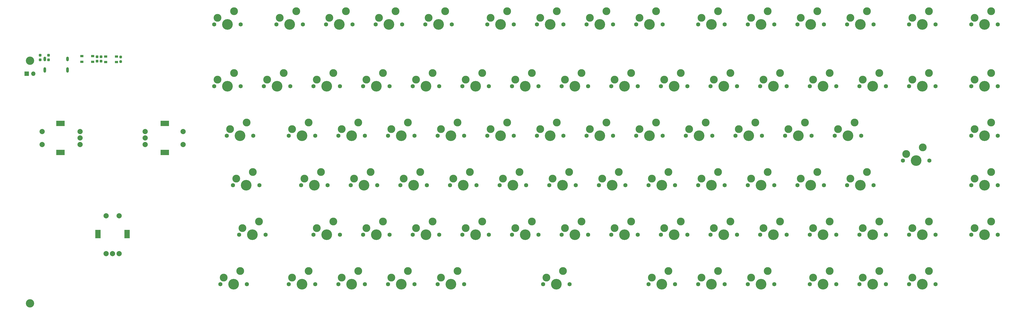
<source format=gbr>
%TF.GenerationSoftware,KiCad,Pcbnew,8.0.5*%
%TF.CreationDate,2025-01-01T22:16:47+09:00*%
%TF.ProjectId,Davinci-Keyboard,44617669-6e63-4692-9d4b-6579626f6172,rev?*%
%TF.SameCoordinates,Original*%
%TF.FileFunction,Soldermask,Top*%
%TF.FilePolarity,Negative*%
%FSLAX46Y46*%
G04 Gerber Fmt 4.6, Leading zero omitted, Abs format (unit mm)*
G04 Created by KiCad (PCBNEW 8.0.5) date 2025-01-01 22:16:47*
%MOMM*%
%LPD*%
G01*
G04 APERTURE LIST*
G04 Aperture macros list*
%AMRoundRect*
0 Rectangle with rounded corners*
0 $1 Rounding radius*
0 $2 $3 $4 $5 $6 $7 $8 $9 X,Y pos of 4 corners*
0 Add a 4 corners polygon primitive as box body*
4,1,4,$2,$3,$4,$5,$6,$7,$8,$9,$2,$3,0*
0 Add four circle primitives for the rounded corners*
1,1,$1+$1,$2,$3*
1,1,$1+$1,$4,$5*
1,1,$1+$1,$6,$7*
1,1,$1+$1,$8,$9*
0 Add four rect primitives between the rounded corners*
20,1,$1+$1,$2,$3,$4,$5,0*
20,1,$1+$1,$4,$5,$6,$7,0*
20,1,$1+$1,$6,$7,$8,$9,0*
20,1,$1+$1,$8,$9,$2,$3,0*%
G04 Aperture macros list end*
%ADD10C,4.100000*%
%ADD11C,1.600000*%
%ADD12C,3.000000*%
%ADD13C,3.200000*%
%ADD14C,2.000000*%
%ADD15R,3.200000X2.000000*%
%ADD16RoundRect,0.102000X-0.525000X-0.325000X0.525000X-0.325000X0.525000X0.325000X-0.525000X0.325000X0*%
%ADD17RoundRect,0.237500X0.237500X-0.300000X0.237500X0.300000X-0.237500X0.300000X-0.237500X-0.300000X0*%
%ADD18R,2.000000X3.200000*%
%ADD19RoundRect,0.237500X-0.237500X0.287500X-0.237500X-0.287500X0.237500X-0.287500X0.237500X0.287500X0*%
%ADD20RoundRect,0.237500X0.237500X-0.250000X0.237500X0.250000X-0.237500X0.250000X-0.237500X-0.250000X0*%
%ADD21O,1.000000X2.100000*%
%ADD22O,1.000000X1.800000*%
%ADD23O,1.700000X1.700000*%
%ADD24R,1.700000X1.700000*%
G04 APERTURE END LIST*
D10*
%TO.C,SW87*%
X374595000Y-142170000D03*
D11*
X379675000Y-142170000D03*
X369515000Y-142170000D03*
D12*
X370785000Y-139630000D03*
X377135000Y-137090000D03*
%TD*%
D10*
%TO.C,SW86*%
X355545000Y-142170000D03*
D11*
X360625000Y-142170000D03*
X350465000Y-142170000D03*
D12*
X351735000Y-139630000D03*
X358085000Y-137090000D03*
%TD*%
D10*
%TO.C,SW85*%
X336495000Y-142170000D03*
D11*
X341575000Y-142170000D03*
X331415000Y-142170000D03*
D12*
X332685000Y-139630000D03*
X339035000Y-137090000D03*
%TD*%
D10*
%TO.C,SW84*%
X312682500Y-142170000D03*
D11*
X317762500Y-142170000D03*
X307602500Y-142170000D03*
D12*
X308872500Y-139630000D03*
X315222500Y-137090000D03*
%TD*%
D10*
%TO.C,SW83*%
X293632500Y-142170000D03*
D11*
X298712500Y-142170000D03*
X288552500Y-142170000D03*
D12*
X289822500Y-139630000D03*
X296172500Y-137090000D03*
%TD*%
D10*
%TO.C,SW82*%
X274582500Y-142170000D03*
D11*
X279662500Y-142170000D03*
X269502500Y-142170000D03*
D12*
X270772500Y-139630000D03*
X277122500Y-137090000D03*
%TD*%
D10*
%TO.C,SW81*%
X234101250Y-142170000D03*
D11*
X239181250Y-142170000D03*
X229021250Y-142170000D03*
D12*
X230291250Y-139630000D03*
X236641250Y-137090000D03*
%TD*%
D10*
%TO.C,SW80*%
X193620000Y-142170000D03*
D11*
X198700000Y-142170000D03*
X188540000Y-142170000D03*
D12*
X189810000Y-139630000D03*
X196160000Y-137090000D03*
%TD*%
D10*
%TO.C,SW79*%
X174570000Y-142170000D03*
D11*
X179650000Y-142170000D03*
X169490000Y-142170000D03*
D12*
X170760000Y-139630000D03*
X177110000Y-137090000D03*
%TD*%
D10*
%TO.C,SW78*%
X155520000Y-142170000D03*
D11*
X160600000Y-142170000D03*
X150440000Y-142170000D03*
D12*
X151710000Y-139630000D03*
X158060000Y-137090000D03*
%TD*%
D10*
%TO.C,SW77*%
X136470000Y-142170000D03*
D11*
X141550000Y-142170000D03*
X131390000Y-142170000D03*
D12*
X132660000Y-139630000D03*
X139010000Y-137090000D03*
%TD*%
D10*
%TO.C,SW76*%
X110276250Y-142170000D03*
D11*
X115356250Y-142170000D03*
X105196250Y-142170000D03*
D12*
X106466250Y-139630000D03*
X112816250Y-137090000D03*
%TD*%
D10*
%TO.C,SW75*%
X398407500Y-123120000D03*
D11*
X403487500Y-123120000D03*
X393327500Y-123120000D03*
D12*
X394597500Y-120580000D03*
X400947500Y-118040000D03*
%TD*%
D10*
%TO.C,SW74*%
X374595000Y-123120000D03*
D11*
X379675000Y-123120000D03*
X369515000Y-123120000D03*
D12*
X370785000Y-120580000D03*
X377135000Y-118040000D03*
%TD*%
D10*
%TO.C,SW73*%
X355545000Y-123120000D03*
D11*
X360625000Y-123120000D03*
X350465000Y-123120000D03*
D12*
X351735000Y-120580000D03*
X358085000Y-118040000D03*
%TD*%
D10*
%TO.C,SW72*%
X336495000Y-123120000D03*
D11*
X341575000Y-123120000D03*
X331415000Y-123120000D03*
D12*
X332685000Y-120580000D03*
X339035000Y-118040000D03*
%TD*%
D10*
%TO.C,SW71*%
X317445000Y-123120000D03*
D11*
X322525000Y-123120000D03*
X312365000Y-123120000D03*
D12*
X313635000Y-120580000D03*
X319985000Y-118040000D03*
%TD*%
D10*
%TO.C,SW70*%
X298395000Y-123120000D03*
D11*
X303475000Y-123120000D03*
X293315000Y-123120000D03*
D12*
X294585000Y-120580000D03*
X300935000Y-118040000D03*
%TD*%
D10*
%TO.C,SW69*%
X279345000Y-123120000D03*
D11*
X284425000Y-123120000D03*
X274265000Y-123120000D03*
D12*
X275535000Y-120580000D03*
X281885000Y-118040000D03*
%TD*%
D10*
%TO.C,SW68*%
X260295000Y-123120000D03*
D11*
X265375000Y-123120000D03*
X255215000Y-123120000D03*
D12*
X256485000Y-120580000D03*
X262835000Y-118040000D03*
%TD*%
D10*
%TO.C,SW67*%
X241245000Y-123120000D03*
D11*
X246325000Y-123120000D03*
X236165000Y-123120000D03*
D12*
X237435000Y-120580000D03*
X243785000Y-118040000D03*
%TD*%
D10*
%TO.C,SW66*%
X222195000Y-123120000D03*
D11*
X227275000Y-123120000D03*
X217115000Y-123120000D03*
D12*
X218385000Y-120580000D03*
X224735000Y-118040000D03*
%TD*%
D10*
%TO.C,SW65*%
X203145000Y-123120000D03*
D11*
X208225000Y-123120000D03*
X198065000Y-123120000D03*
D12*
X199335000Y-120580000D03*
X205685000Y-118040000D03*
%TD*%
D10*
%TO.C,SW64*%
X184095000Y-123120000D03*
D11*
X189175000Y-123120000D03*
X179015000Y-123120000D03*
D12*
X180285000Y-120580000D03*
X186635000Y-118040000D03*
%TD*%
D10*
%TO.C,SW63*%
X165045000Y-123120000D03*
D11*
X170125000Y-123120000D03*
X159965000Y-123120000D03*
D12*
X161235000Y-120580000D03*
X167585000Y-118040000D03*
%TD*%
D10*
%TO.C,SW62*%
X145995000Y-123120000D03*
D11*
X151075000Y-123120000D03*
X140915000Y-123120000D03*
D12*
X142185000Y-120580000D03*
X148535000Y-118040000D03*
%TD*%
D10*
%TO.C,SW61*%
X117420000Y-123120000D03*
D11*
X122500000Y-123120000D03*
X112340000Y-123120000D03*
D12*
X113610000Y-120580000D03*
X119960000Y-118040000D03*
%TD*%
D10*
%TO.C,SW60*%
X398407500Y-104070000D03*
D11*
X403487500Y-104070000D03*
X393327500Y-104070000D03*
D12*
X394597500Y-101530000D03*
X400947500Y-98990000D03*
%TD*%
D10*
%TO.C,SW59*%
X350782500Y-104070000D03*
D11*
X355862500Y-104070000D03*
X345702500Y-104070000D03*
D12*
X346972500Y-101530000D03*
X353322500Y-98990000D03*
%TD*%
D10*
%TO.C,SW58*%
X331732500Y-104070000D03*
D11*
X336812500Y-104070000D03*
X326652500Y-104070000D03*
D12*
X327922500Y-101530000D03*
X334272500Y-98990000D03*
%TD*%
D10*
%TO.C,SW57*%
X312682500Y-104070000D03*
D11*
X317762500Y-104070000D03*
X307602500Y-104070000D03*
D12*
X308872500Y-101530000D03*
X315222500Y-98990000D03*
%TD*%
D10*
%TO.C,SW56*%
X293632500Y-104070000D03*
D11*
X298712500Y-104070000D03*
X288552500Y-104070000D03*
D12*
X289822500Y-101530000D03*
X296172500Y-98990000D03*
%TD*%
D10*
%TO.C,SW55*%
X274582500Y-104070000D03*
D11*
X279662500Y-104070000D03*
X269502500Y-104070000D03*
D12*
X270772500Y-101530000D03*
X277122500Y-98990000D03*
%TD*%
D10*
%TO.C,SW54*%
X255532500Y-104070000D03*
D11*
X260612500Y-104070000D03*
X250452500Y-104070000D03*
D12*
X251722500Y-101530000D03*
X258072500Y-98990000D03*
%TD*%
D10*
%TO.C,SW53*%
X236482500Y-104070000D03*
D11*
X241562500Y-104070000D03*
X231402500Y-104070000D03*
D12*
X232672500Y-101530000D03*
X239022500Y-98990000D03*
%TD*%
D10*
%TO.C,SW52*%
X217432500Y-104070000D03*
D11*
X222512500Y-104070000D03*
X212352500Y-104070000D03*
D12*
X213622500Y-101530000D03*
X219972500Y-98990000D03*
%TD*%
D10*
%TO.C,SW51*%
X198382500Y-104070000D03*
D11*
X203462500Y-104070000D03*
X193302500Y-104070000D03*
D12*
X194572500Y-101530000D03*
X200922500Y-98990000D03*
%TD*%
D10*
%TO.C,SW50*%
X179332500Y-104070000D03*
D11*
X184412500Y-104070000D03*
X174252500Y-104070000D03*
D12*
X175522500Y-101530000D03*
X181872500Y-98990000D03*
%TD*%
D10*
%TO.C,SW49*%
X160282500Y-104070000D03*
D11*
X165362500Y-104070000D03*
X155202500Y-104070000D03*
D12*
X156472500Y-101530000D03*
X162822500Y-98990000D03*
%TD*%
D10*
%TO.C,SW48*%
X141232500Y-104070000D03*
D11*
X146312500Y-104070000D03*
X136152500Y-104070000D03*
D12*
X137422500Y-101530000D03*
X143772500Y-98990000D03*
%TD*%
D10*
%TO.C,SW47*%
X115038750Y-104070000D03*
D11*
X120118750Y-104070000D03*
X109958750Y-104070000D03*
D12*
X111228750Y-101530000D03*
X117578750Y-98990000D03*
%TD*%
D10*
%TO.C,SW46*%
X398407500Y-85020000D03*
D11*
X403487500Y-85020000D03*
X393327500Y-85020000D03*
D12*
X394597500Y-82480000D03*
X400947500Y-79940000D03*
%TD*%
D10*
%TO.C,SW45*%
X372213750Y-94545000D03*
D11*
X377293750Y-94545000D03*
X367133750Y-94545000D03*
D12*
X368403750Y-92005000D03*
X374753750Y-89465000D03*
%TD*%
D10*
%TO.C,SW44*%
X346020000Y-85020000D03*
D11*
X351100000Y-85020000D03*
X340940000Y-85020000D03*
D12*
X342210000Y-82480000D03*
X348560000Y-79940000D03*
%TD*%
D10*
%TO.C,SW43*%
X326970000Y-85020000D03*
D11*
X332050000Y-85020000D03*
X321890000Y-85020000D03*
D12*
X323160000Y-82480000D03*
X329510000Y-79940000D03*
%TD*%
D10*
%TO.C,SW42*%
X307920000Y-85020000D03*
D11*
X313000000Y-85020000D03*
X302840000Y-85020000D03*
D12*
X304110000Y-82480000D03*
X310460000Y-79940000D03*
%TD*%
D10*
%TO.C,SW41*%
X288870000Y-85020000D03*
D11*
X293950000Y-85020000D03*
X283790000Y-85020000D03*
D12*
X285060000Y-82480000D03*
X291410000Y-79940000D03*
%TD*%
D10*
%TO.C,SW40*%
X269820000Y-85020000D03*
D11*
X274900000Y-85020000D03*
X264740000Y-85020000D03*
D12*
X266010000Y-82480000D03*
X272360000Y-79940000D03*
%TD*%
D10*
%TO.C,SW39*%
X250770000Y-85020000D03*
D11*
X255850000Y-85020000D03*
X245690000Y-85020000D03*
D12*
X246960000Y-82480000D03*
X253310000Y-79940000D03*
%TD*%
D10*
%TO.C,SW38*%
X231720000Y-85020000D03*
D11*
X236800000Y-85020000D03*
X226640000Y-85020000D03*
D12*
X227910000Y-82480000D03*
X234260000Y-79940000D03*
%TD*%
D10*
%TO.C,SW37*%
X212670000Y-85020000D03*
D11*
X217750000Y-85020000D03*
X207590000Y-85020000D03*
D12*
X208860000Y-82480000D03*
X215210000Y-79940000D03*
%TD*%
D10*
%TO.C,SW36*%
X193620000Y-85020000D03*
D11*
X198700000Y-85020000D03*
X188540000Y-85020000D03*
D12*
X189810000Y-82480000D03*
X196160000Y-79940000D03*
%TD*%
D10*
%TO.C,SW35*%
X174570000Y-85020000D03*
D11*
X179650000Y-85020000D03*
X169490000Y-85020000D03*
D12*
X170760000Y-82480000D03*
X177110000Y-79940000D03*
%TD*%
D10*
%TO.C,SW34*%
X155520000Y-85020000D03*
D11*
X160600000Y-85020000D03*
X150440000Y-85020000D03*
D12*
X151710000Y-82480000D03*
X158060000Y-79940000D03*
%TD*%
D10*
%TO.C,SW33*%
X136470000Y-85020000D03*
D11*
X141550000Y-85020000D03*
X131390000Y-85020000D03*
D12*
X132660000Y-82480000D03*
X139010000Y-79940000D03*
%TD*%
D10*
%TO.C,SW32*%
X112657500Y-85020000D03*
D11*
X117737500Y-85020000D03*
X107577500Y-85020000D03*
D12*
X108847500Y-82480000D03*
X115197500Y-79940000D03*
%TD*%
D10*
%TO.C,SW31*%
X398407500Y-65970000D03*
D11*
X403487500Y-65970000D03*
X393327500Y-65970000D03*
D12*
X394597500Y-63430000D03*
X400947500Y-60890000D03*
%TD*%
D10*
%TO.C,SW30*%
X374595000Y-65970000D03*
D11*
X379675000Y-65970000D03*
X369515000Y-65970000D03*
D12*
X370785000Y-63430000D03*
X377135000Y-60890000D03*
%TD*%
D10*
%TO.C,SW29*%
X355545000Y-65970000D03*
D11*
X360625000Y-65970000D03*
X350465000Y-65970000D03*
D12*
X351735000Y-63430000D03*
X358085000Y-60890000D03*
%TD*%
D10*
%TO.C,SW28*%
X336495000Y-65970000D03*
D11*
X341575000Y-65970000D03*
X331415000Y-65970000D03*
D12*
X332685000Y-63430000D03*
X339035000Y-60890000D03*
%TD*%
D10*
%TO.C,SW27*%
X317445000Y-65970000D03*
D11*
X322525000Y-65970000D03*
X312365000Y-65970000D03*
D12*
X313635000Y-63430000D03*
X319985000Y-60890000D03*
%TD*%
D10*
%TO.C,SW26*%
X298395000Y-65970000D03*
D11*
X303475000Y-65970000D03*
X293315000Y-65970000D03*
D12*
X294585000Y-63430000D03*
X300935000Y-60890000D03*
%TD*%
D10*
%TO.C,SW25*%
X279345000Y-65970000D03*
D11*
X284425000Y-65970000D03*
X274265000Y-65970000D03*
D12*
X275535000Y-63430000D03*
X281885000Y-60890000D03*
%TD*%
D10*
%TO.C,SW24*%
X260295000Y-65970000D03*
D11*
X265375000Y-65970000D03*
X255215000Y-65970000D03*
D12*
X256485000Y-63430000D03*
X262835000Y-60890000D03*
%TD*%
D10*
%TO.C,SW23*%
X241245000Y-65970000D03*
D11*
X246325000Y-65970000D03*
X236165000Y-65970000D03*
D12*
X237435000Y-63430000D03*
X243785000Y-60890000D03*
%TD*%
D10*
%TO.C,SW22*%
X222195000Y-65970000D03*
D11*
X227275000Y-65970000D03*
X217115000Y-65970000D03*
D12*
X218385000Y-63430000D03*
X224735000Y-60890000D03*
%TD*%
D10*
%TO.C,SW21*%
X203145000Y-65970000D03*
D11*
X208225000Y-65970000D03*
X198065000Y-65970000D03*
D12*
X199335000Y-63430000D03*
X205685000Y-60890000D03*
%TD*%
D10*
%TO.C,SW20*%
X184095000Y-65970000D03*
D11*
X189175000Y-65970000D03*
X179015000Y-65970000D03*
D12*
X180285000Y-63430000D03*
X186635000Y-60890000D03*
%TD*%
D10*
%TO.C,SW19*%
X165045000Y-65970000D03*
D11*
X170125000Y-65970000D03*
X159965000Y-65970000D03*
D12*
X161235000Y-63430000D03*
X167585000Y-60890000D03*
%TD*%
D10*
%TO.C,SW18*%
X145995000Y-65970000D03*
D11*
X151075000Y-65970000D03*
X140915000Y-65970000D03*
D12*
X142185000Y-63430000D03*
X148535000Y-60890000D03*
%TD*%
D10*
%TO.C,SW17*%
X126945000Y-65970000D03*
D11*
X132025000Y-65970000D03*
X121865000Y-65970000D03*
D12*
X123135000Y-63430000D03*
X129485000Y-60890000D03*
%TD*%
D10*
%TO.C,SW16*%
X107895000Y-65970000D03*
D11*
X112975000Y-65970000D03*
X102815000Y-65970000D03*
D12*
X104085000Y-63430000D03*
X110435000Y-60890000D03*
%TD*%
D10*
%TO.C,SW15*%
X398407500Y-42157500D03*
D11*
X403487500Y-42157500D03*
X393327500Y-42157500D03*
D12*
X394597500Y-39617500D03*
X400947500Y-37077500D03*
%TD*%
D10*
%TO.C,SW14*%
X374595000Y-42157500D03*
D11*
X379675000Y-42157500D03*
X369515000Y-42157500D03*
D12*
X370785000Y-39617500D03*
X377135000Y-37077500D03*
%TD*%
D10*
%TO.C,SW13*%
X350782500Y-42157500D03*
D11*
X355862500Y-42157500D03*
X345702500Y-42157500D03*
D12*
X346972500Y-39617500D03*
X353322500Y-37077500D03*
%TD*%
D10*
%TO.C,SW12*%
X331732500Y-42157500D03*
D11*
X336812500Y-42157500D03*
X326652500Y-42157500D03*
D12*
X327922500Y-39617500D03*
X334272500Y-37077500D03*
%TD*%
D10*
%TO.C,SW11*%
X312682500Y-42157500D03*
D11*
X317762500Y-42157500D03*
X307602500Y-42157500D03*
D12*
X308872500Y-39617500D03*
X315222500Y-37077500D03*
%TD*%
D10*
%TO.C,SW10*%
X293632500Y-42157500D03*
D11*
X298712500Y-42157500D03*
X288552500Y-42157500D03*
D12*
X289822500Y-39617500D03*
X296172500Y-37077500D03*
%TD*%
D10*
%TO.C,SW9*%
X269820000Y-42157500D03*
D11*
X274900000Y-42157500D03*
X264740000Y-42157500D03*
D12*
X266010000Y-39617500D03*
X272360000Y-37077500D03*
%TD*%
D10*
%TO.C,SW8*%
X250770000Y-42157500D03*
D11*
X255850000Y-42157500D03*
X245690000Y-42157500D03*
D12*
X246960000Y-39617500D03*
X253310000Y-37077500D03*
%TD*%
D10*
%TO.C,SW7*%
X231720000Y-42157500D03*
D11*
X236800000Y-42157500D03*
X226640000Y-42157500D03*
D12*
X227910000Y-39617500D03*
X234260000Y-37077500D03*
%TD*%
D10*
%TO.C,SW6*%
X212670000Y-42157500D03*
D11*
X217750000Y-42157500D03*
X207590000Y-42157500D03*
D12*
X208860000Y-39617500D03*
X215210000Y-37077500D03*
%TD*%
D10*
%TO.C,SW5*%
X188857500Y-42157500D03*
D11*
X193937500Y-42157500D03*
X183777500Y-42157500D03*
D12*
X185047500Y-39617500D03*
X191397500Y-37077500D03*
%TD*%
D10*
%TO.C,SW4*%
X169807500Y-42157500D03*
D11*
X174887500Y-42157500D03*
X164727500Y-42157500D03*
D12*
X165997500Y-39617500D03*
X172347500Y-37077500D03*
%TD*%
D10*
%TO.C,SW3*%
X150757500Y-42157500D03*
D11*
X155837500Y-42157500D03*
X145677500Y-42157500D03*
D12*
X146947500Y-39617500D03*
X153297500Y-37077500D03*
%TD*%
D10*
%TO.C,SW2*%
X131707500Y-42157500D03*
D11*
X136787500Y-42157500D03*
X126627500Y-42157500D03*
D12*
X127897500Y-39617500D03*
X134247500Y-37077500D03*
%TD*%
D10*
%TO.C,SW1*%
X107895000Y-42157500D03*
D11*
X112975000Y-42157500D03*
X102815000Y-42157500D03*
D12*
X104085000Y-39617500D03*
X110435000Y-37077500D03*
%TD*%
D13*
%TO.C,REF\u002A\u002A*%
X32059000Y-56098200D03*
%TD*%
D14*
%TO.C,EN2*%
X90820000Y-88340000D03*
X90820000Y-83340000D03*
D15*
X83820000Y-91440000D03*
X83820000Y-80240000D03*
D14*
X76320000Y-85840000D03*
X76320000Y-88340000D03*
X76320000Y-83340000D03*
%TD*%
D16*
%TO.C,S1*%
X65245000Y-56616600D03*
X61095000Y-56616600D03*
X65245000Y-54466600D03*
X61095000Y-54466600D03*
%TD*%
D17*
%TO.C,C6*%
X57836000Y-54552100D03*
X57836000Y-56277100D03*
%TD*%
D13*
%TO.C,REF\u002A\u002A*%
X32059000Y-149494000D03*
%TD*%
D14*
%TO.C,EN3*%
X66273000Y-115840000D03*
X61273000Y-115840000D03*
D18*
X69373000Y-122840000D03*
X58173000Y-122840000D03*
D14*
X63773000Y-130340000D03*
X66273000Y-130340000D03*
X61273000Y-130340000D03*
%TD*%
D19*
%TO.C,D1*%
X39171000Y-55740000D03*
X39171000Y-53990000D03*
%TD*%
D17*
%TO.C,C4*%
X59360000Y-54552100D03*
X59360000Y-56277100D03*
%TD*%
D20*
%TO.C,R11*%
X66853000Y-54629100D03*
X66853000Y-56454100D03*
%TD*%
D19*
%TO.C,D2*%
X35996000Y-55754000D03*
X35996000Y-54004000D03*
%TD*%
D14*
%TO.C,EN1*%
X36773000Y-83340000D03*
X36773000Y-88340000D03*
D15*
X43773000Y-80240000D03*
X43773000Y-91440000D03*
D14*
X51273000Y-85840000D03*
X51273000Y-83340000D03*
X51273000Y-88340000D03*
%TD*%
D16*
%TO.C,S2*%
X56101000Y-56489600D03*
X51951000Y-56489600D03*
X56101000Y-54339600D03*
X51951000Y-54339600D03*
%TD*%
D21*
%TO.C,J2*%
X46443000Y-59635000D03*
D22*
X46443000Y-55455000D03*
D21*
X37803000Y-59635000D03*
D22*
X37803000Y-55455000D03*
%TD*%
D23*
%TO.C,J1*%
X33324000Y-61102000D03*
D24*
X30784000Y-61102000D03*
%TD*%
M02*

</source>
